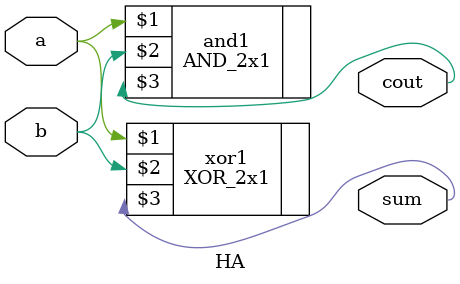
<source format=v>
`timescale 1ns / 1ps
module HA(a,b,sum,cout);
input a,b;
output sum,cout;

XOR_2x1 xor1(a,b,sum);
AND_2x1 and1(a,b,cout);

endmodule

</source>
